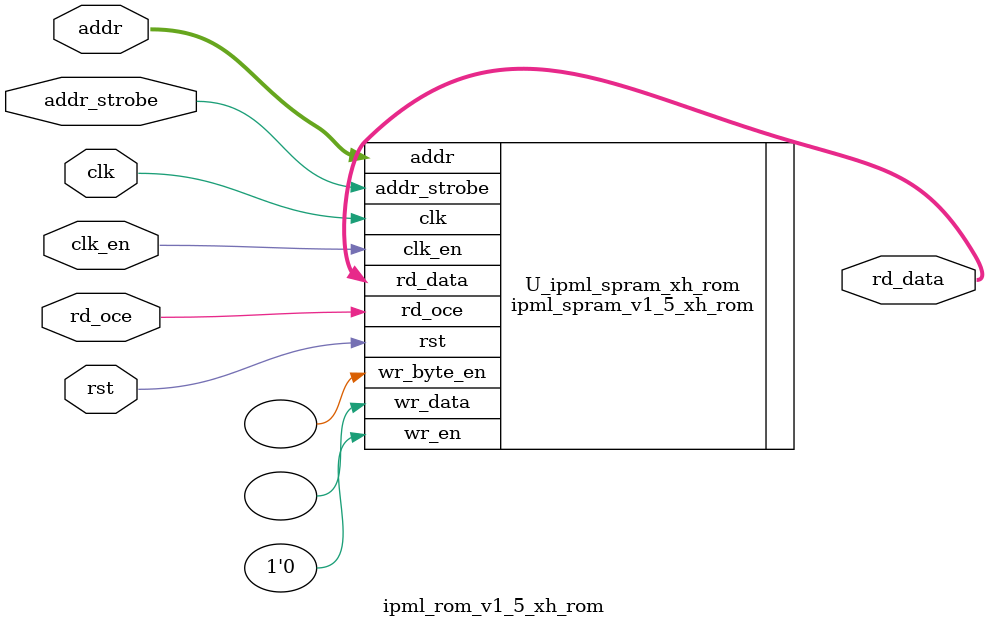
<source format=v>




module ipml_rom_v1_5_xh_rom
 #(
    parameter  c_SIM_DEVICE     = "LOGOS"      ,
    parameter  c_ADDR_WIDTH     = 10           ,           //write address width  legal value:1~20 
    parameter  c_DATA_WIDTH     = 32           ,           //write data width     legal value:8~1152
    parameter  c_OUTPUT_REG     = 0            ,           //output register      legal value:1~20
    parameter  c_RD_OCE_EN      = 0            ,
    parameter  c_CLK_EN         = 0            ,
    parameter  c_ADDR_STROBE_EN = 0            ,
    parameter  c_RESET_TYPE     = "ASYNC_RESET",           //ASYNC_RESET_SYNC_RELEASE SYNC_RESET legal valve "ASYNC_RESET_SYNC_RELEASE" "SYNC_RESET" "ASYNC_RESET"
    parameter  c_POWER_OPT      = 0            ,           //0 :normal mode  1:low power mode legal value:0 or 1
    parameter  c_CLK_OR_POL_INV = 0            ,           //clk polarity invert for output register   legal value 1 or 0           
    parameter  c_INIT_FILE      = "NONE"       ,           //legal value:"NONE" or "initial file name"
    parameter  c_INIT_FORMAT    = "BIN"                   //initial data format   legal valve: "bin" or "hex"
    
 )
  (
   
    input  wire [c_ADDR_WIDTH-1 : 0]  addr        ,
    output wire [c_DATA_WIDTH-1 : 0]  rd_data     ,
    input  wire                       clk         ,
    input  wire                       clk_en      ,
    input  wire                       addr_strobe ,
    input  wire                       rst         ,
    input  wire                       rd_oce       
  );

//**********************************************************************************************************************************************   
    
//main code
//*************************************************************************************************************************************
//inner variables

ipml_spram_v1_5_xh_rom
 #(
    .c_SIM_DEVICE     (c_SIM_DEVICE),
    .c_ADDR_WIDTH     (c_ADDR_WIDTH),           //write address width  legal value:1~20                              
    .c_DATA_WIDTH     (c_DATA_WIDTH),           //write data width     legal value:8~1152                            
    .c_OUTPUT_REG     (c_OUTPUT_REG),           //output register      legal value:1~20                              
    .c_RD_OCE_EN      (c_RD_OCE_EN),
    .c_ADDR_STROBE_EN (c_ADDR_STROBE_EN),
    .c_CLK_EN         (c_CLK_EN),
    .c_RESET_TYPE     (c_RESET_TYPE),           //legal valve "ASYNC_RESET_SYNC_RELEASE" "SYNC_RESET" "ASYNC_RESET"  
    .c_POWER_OPT      (c_POWER_OPT),            //0 :normal mode  1:low power mode legal value:0 or 1                 
    .c_CLK_OR_POL_INV (c_CLK_OR_POL_INV),       //clk polarity invert for output register legal value 1 or 0         
    .c_INIT_FILE      (c_INIT_FILE),            //legal value:"NONE" or "initial file name"                          
    .c_INIT_FORMAT    (c_INIT_FORMAT),          //initial data format   legal valve: "bin" or "hex"                  
    .c_WR_BYTE_EN     (0),                      //byte write enable    legal value: 0 or 1                            
    .c_BE_WIDTH       (1),                      //byte width legal value: 1~128
    .c_RAM_MODE       ("ROM"),
    .c_WRITE_MODE     ("NORMAL_WRITE")          //global reset enable  legal value 0 or 1                            
 )  U_ipml_spram_xh_rom                       //"NORMAL_WRITE"; // TRANSPARENT_WRITE READ_BEFORE_WRITE             
  (
   
    .addr        (addr),
    .wr_data     (),
    .rd_data     (rd_data),
    .wr_en       (1'b0),
    .clk         (clk),
    .clk_en      (clk_en),
    .addr_strobe (addr_strobe),
    .rst         (rst),
    .wr_byte_en  (),
    .rd_oce      (rd_oce) 
  );
 

endmodule


</source>
